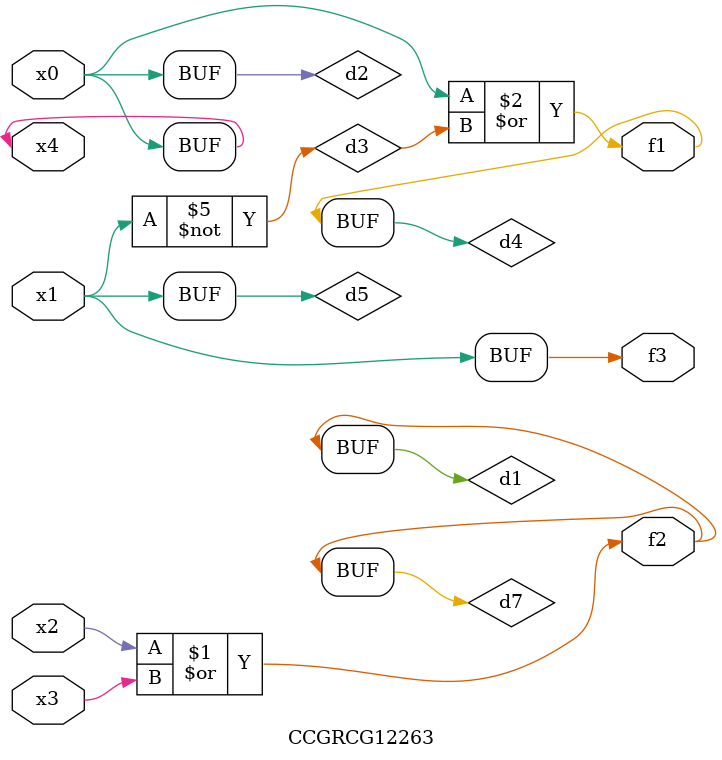
<source format=v>
module CCGRCG12263(
	input x0, x1, x2, x3, x4,
	output f1, f2, f3
);

	wire d1, d2, d3, d4, d5, d6, d7;

	or (d1, x2, x3);
	buf (d2, x0, x4);
	not (d3, x1);
	or (d4, d2, d3);
	not (d5, d3);
	nand (d6, d1, d3);
	or (d7, d1);
	assign f1 = d4;
	assign f2 = d7;
	assign f3 = d5;
endmodule

</source>
